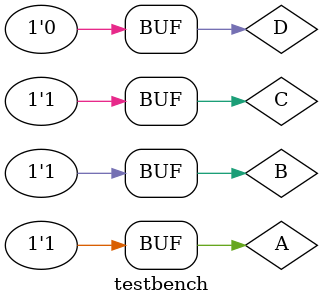
<source format=v>
`timescale 1ns / 1ps


module testbench;

    // Inputs
    reg A;
    reg B;
    reg C;
    reg D;

    // Outputs
    wire Q;

    // Instantiate the Unit Under Test (UUT)
    four_input_xor uut (
        .A(A), 
        .B(B), 
        .C(C), 
        .D(D), 
        .Q(Q)
    );

    initial
    begin
        A=0;
        B=0;
        C=0;
        D=0;
      #100;  
      #100; A=1;
      #100; B=1;
      #100; C=1;
    end
      
endmodule


</source>
